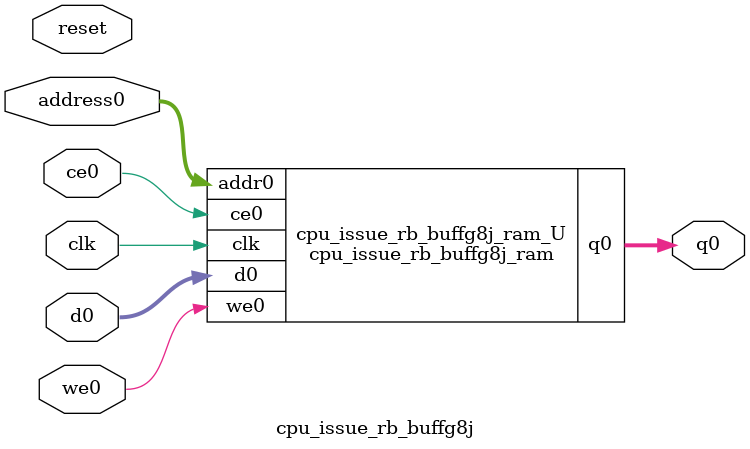
<source format=v>

`timescale 1 ns / 1 ps
module cpu_issue_rb_buffg8j_ram (addr0, ce0, d0, we0, q0,  clk);

parameter DWIDTH = 64;
parameter AWIDTH = 3;
parameter MEM_SIZE = 5;

input[AWIDTH-1:0] addr0;
input ce0;
input[DWIDTH-1:0] d0;
input we0;
output reg[DWIDTH-1:0] q0;
input clk;

(* ram_style = "distributed" *)reg [DWIDTH-1:0] ram[0:MEM_SIZE-1];




always @(posedge clk)  
begin 
    if (ce0) 
    begin
        if (we0) 
        begin 
            ram[addr0] <= d0; 
            q0 <= d0;
        end 
        else 
            q0 <= ram[addr0];
    end
end


endmodule


`timescale 1 ns / 1 ps
module cpu_issue_rb_buffg8j(
    reset,
    clk,
    address0,
    ce0,
    we0,
    d0,
    q0);

parameter DataWidth = 32'd64;
parameter AddressRange = 32'd5;
parameter AddressWidth = 32'd3;
input reset;
input clk;
input[AddressWidth - 1:0] address0;
input ce0;
input we0;
input[DataWidth - 1:0] d0;
output[DataWidth - 1:0] q0;



cpu_issue_rb_buffg8j_ram cpu_issue_rb_buffg8j_ram_U(
    .clk( clk ),
    .addr0( address0 ),
    .ce0( ce0 ),
    .we0( we0 ),
    .d0( d0 ),
    .q0( q0 ));

endmodule


</source>
